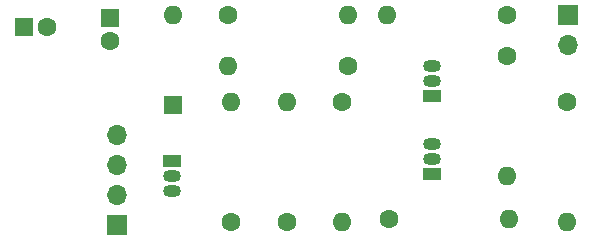
<source format=gbs>
G04 #@! TF.GenerationSoftware,KiCad,Pcbnew,6.0.0-d3dd2cf0fa~116~ubuntu20.04.1*
G04 #@! TF.CreationDate,2021-12-31T11:53:36+00:00*
G04 #@! TF.ProjectId,videopac_composite,76696465-6f70-4616-935f-636f6d706f73,rev?*
G04 #@! TF.SameCoordinates,Original*
G04 #@! TF.FileFunction,Soldermask,Bot*
G04 #@! TF.FilePolarity,Negative*
%FSLAX46Y46*%
G04 Gerber Fmt 4.6, Leading zero omitted, Abs format (unit mm)*
G04 Created by KiCad (PCBNEW 6.0.0-d3dd2cf0fa~116~ubuntu20.04.1) date 2021-12-31 11:53:36*
%MOMM*%
%LPD*%
G01*
G04 APERTURE LIST*
%ADD10R,1.600000X1.600000*%
%ADD11C,1.600000*%
%ADD12O,1.600000X1.600000*%
%ADD13R,1.500000X1.050000*%
%ADD14O,1.500000X1.050000*%
%ADD15R,1.700000X1.700000*%
%ADD16O,1.700000X1.700000*%
G04 APERTURE END LIST*
D10*
X33334888Y-64389000D03*
D11*
X35334888Y-64389000D03*
X64262000Y-80645000D03*
D12*
X74422000Y-80645000D03*
D13*
X67945000Y-70231000D03*
D14*
X67945000Y-68961000D03*
X67945000Y-67691000D03*
D11*
X60325000Y-70739000D03*
D12*
X60325000Y-80899000D03*
D11*
X74295000Y-66802000D03*
D12*
X74295000Y-76962000D03*
D13*
X45868000Y-75692000D03*
D14*
X45868000Y-76962000D03*
X45868000Y-78232000D03*
D11*
X50927000Y-80899000D03*
D12*
X50927000Y-70739000D03*
D10*
X40640000Y-63560888D03*
D11*
X40640000Y-65560888D03*
X50673000Y-63373000D03*
D12*
X60833000Y-63373000D03*
D11*
X55626000Y-80899000D03*
D12*
X55626000Y-70739000D03*
D11*
X74295000Y-63373000D03*
D12*
X64135000Y-63373000D03*
D13*
X67924000Y-76835000D03*
D14*
X67924000Y-75565000D03*
X67924000Y-74295000D03*
D10*
X45974000Y-70993000D03*
D12*
X45974000Y-63373000D03*
D11*
X79375000Y-70739000D03*
D12*
X79375000Y-80899000D03*
D11*
X60833000Y-67691000D03*
D12*
X50673000Y-67691000D03*
D15*
X79445000Y-63368000D03*
D16*
X79445000Y-65908000D03*
D15*
X41205000Y-81143000D03*
D16*
X41205000Y-78603000D03*
X41205000Y-76063000D03*
X41205000Y-73523000D03*
M02*

</source>
